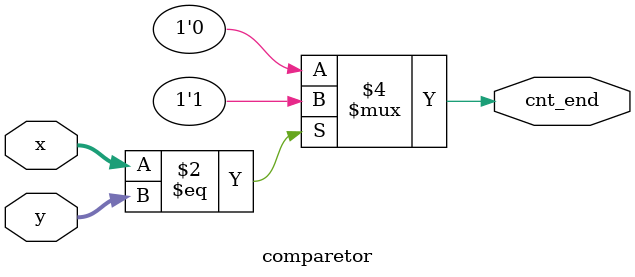
<source format=sv>
`timescale 1ns / 1ps

module comparetor #(parameter n = 8)(
    input logic [n-1: 0] x,y,
    output logic cnt_end
);


    always@(*) begin 
        if (x == y) 
            cnt_end = 1;
            
        else 
            cnt_end = 0; 
    
    end 

endmodule
</source>
